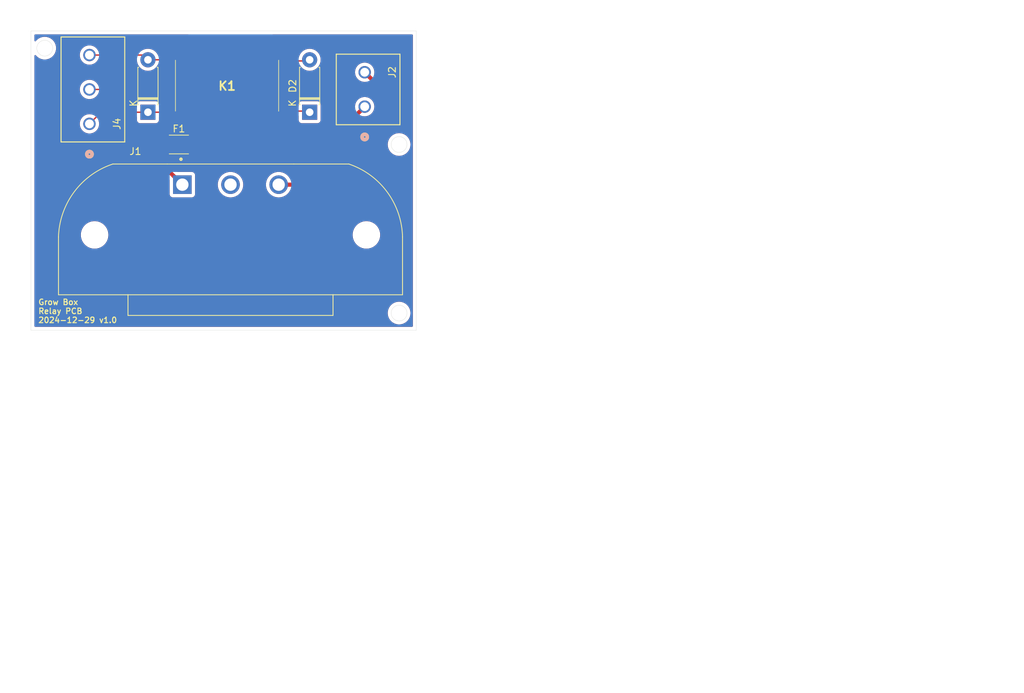
<source format=kicad_pcb>
(kicad_pcb (version 20240108) (generator "pcbnew") (generator_version "8.0")
  (layers (0 "F.Cu" signal "Front") (1 "In1.Cu" signal) (2 "In2.Cu" signal) (31 "B.Cu" signal "Back") (34 "B.Paste" user) (35 "F.Paste" user) (36 "B.SilkS" user "B.Silkscreen") (37 "F.SilkS" user "F.Silkscreen") (38 "B.Mask" user) (39 "F.Mask" user) (44 "Edge.Cuts" user))
  (net 0 "")
  (net 1 "Earth")
  (net 2 "Net-(J1-L)")
  (net 3 "Net-(J1-N)")
  (net 6 "Net-(K1-COM_1)")
  (net 9 "Net-(D2-K)")
  (net 10 "COIL_GND")
  (net 11 "Net-(D1-K)")
  (net 12 "Net-(K1-NO_1)")
  (footprint "vendor_eda:CONN_1935174_PXC" (layer "F.Cu") (at 93 70.5 90)
    (property "Reference" "J4" (at 0 4 90) (layer "F.SilkS"))
    (property "Value" "1935174")
    (fp_circle (center -4.405 0) (end -4.024 0) (stroke (width 0.508)) (fill none) (layer "B.SilkS"))
    (fp_line (start 12.627001 -4.127) (end -2.627 -4.127) (stroke (width 0.1524)) (layer "F.SilkS"))
    (fp_line (start -2.627 -4.127) (end -2.627 5.127) (stroke (width 0.1524)) (layer "F.SilkS"))
    (fp_line (start 12.627001 5.127) (end 12.627001 -4.127) (stroke (width 0.1524)) (layer "F.SilkS"))
    (fp_line (start -2.627 5.127) (end 12.627001 5.127) (stroke (width 0.1524)) (layer "F.SilkS"))
    (fp_circle (center -4.405 0) (end -4.024 0) (stroke (width 0.508)) (fill none) (layer "F.SilkS"))
    (pad "1" thru_hole circle (at 0 0 90) (size 1.8034 1.8034) (drill 1.2954) (layers "*.Cu" "*.Mask") (net 11 "Net-(D1-K)"))
    (pad "2" thru_hole circle (at 5 0 90) (size 1.8034 1.8034) (drill 1.2954) (layers "*.Cu" "*.Mask") (net 9 "Net-(D2-K)"))
    (pad "3" thru_hole circle (at 10 0 90) (size 1.8034 1.8034) (drill 1.2954) (layers "*.Cu" "*.Mask") (net 10 "COIL_GND"))
  )
  (footprint "Diode_THT:D_DO-41_SOD81_P7.62mm_Horizontal" (layer "F.Cu") (at 101.5 68.81 90)
    (property "Reference" "D1" (hide yes))
    (property "Value" "1N4007")
    (fp_line (start 6.53 -1.47) (end 6.53 -1.34) (stroke (width 0.12)) (layer "F.SilkS"))
    (fp_line (start 2.11 -1.47) (end 2.11 1.47) (stroke (width 0.12)) (layer "F.SilkS"))
    (fp_line (start 1.99 -1.47) (end 1.99 1.47) (stroke (width 0.12)) (layer "F.SilkS"))
    (fp_line (start 1.87 -1.47) (end 1.87 1.47) (stroke (width 0.12)) (layer "F.SilkS"))
    (fp_line (start 1.09 -1.47) (end 6.53 -1.47) (stroke (width 0.12)) (layer "F.SilkS"))
    (fp_line (start 1.09 -1.34) (end 1.09 -1.47) (stroke (width 0.12)) (layer "F.SilkS"))
    (fp_line (start 1.09 1.34) (end 1.09 1.47) (stroke (width 0.12)) (layer "F.SilkS"))
    (fp_line (start 6.53 1.47) (end 6.53 1.34) (stroke (width 0.12)) (layer "F.SilkS"))
    (fp_line (start 1.09 1.47) (end 6.53 1.47) (stroke (width 0.12)) (layer "F.SilkS"))
    (fp_text user "K" (at 1.31 -2.1 90) (layer "F.SilkS"))
    (pad "1" thru_hole rect (at 0 0 90) (size 2.2 2.2) (drill 1.1) (layers "*.Cu" "*.Mask") (net 11 "Net-(D1-K)"))
    (pad "2" thru_hole oval (at 7.62 0 90) (size 2.2 2.2) (drill 1.1) (layers "*.Cu" "*.Mask") (net 10 "COIL_GND"))
  )
  (footprint "vendor_eda:CONN_1935161_PXC" (layer "F.Cu") (at 133 68 90)
    (property "Reference" "J2" (at 5 4 90) (layer "F.SilkS"))
    (property "Value" "1935161")
    (fp_circle (center -4.405 0) (end -4.024 0) (stroke (width 0.508)) (fill none) (layer "B.SilkS"))
    (fp_line (start 7.627 -4.127) (end -2.627 -4.127) (stroke (width 0.1524)) (layer "F.SilkS"))
    (fp_line (start -2.627 -4.127) (end -2.627 5.127) (stroke (width 0.1524)) (layer "F.SilkS"))
    (fp_line (start 7.627 5.127) (end 7.627 -4.127) (stroke (width 0.1524)) (layer "F.SilkS"))
    (fp_line (start -2.627 5.127) (end 7.627 5.127) (stroke (width 0.1524)) (layer "F.SilkS"))
    (fp_circle (center -4.405 0) (end -4.024 0) (stroke (width 0.508)) (fill none) (layer "F.SilkS"))
    (pad "1" thru_hole circle (at 0 0 90) (size 1.8034 1.8034) (drill 1.2954) (layers "*.Cu" "*.Mask") (net 6 "Net-(K1-COM_1)"))
    (pad "2" thru_hole circle (at 5 0 90) (size 1.8034 1.8034) (drill 1.2954) (layers "*.Cu" "*.Mask") (net 3 "Net-(J1-N)"))
  )
  (footprint "Diode_THT:D_DO-41_SOD81_P7.62mm_Horizontal" (layer "F.Cu") (at 125 68.81 90)
    (property "Reference" "D2" (at 3.81 -2.47 90) (layer "F.SilkS"))
    (property "Value" "1N4007")
    (fp_line (start 6.53 -1.47) (end 6.53 -1.34) (stroke (width 0.12)) (layer "F.SilkS"))
    (fp_line (start 2.11 -1.47) (end 2.11 1.47) (stroke (width 0.12)) (layer "F.SilkS"))
    (fp_line (start 1.99 -1.47) (end 1.99 1.47) (stroke (width 0.12)) (layer "F.SilkS"))
    (fp_line (start 1.87 -1.47) (end 1.87 1.47) (stroke (width 0.12)) (layer "F.SilkS"))
    (fp_line (start 1.09 -1.47) (end 6.53 -1.47) (stroke (width 0.12)) (layer "F.SilkS"))
    (fp_line (start 1.09 -1.34) (end 1.09 -1.47) (stroke (width 0.12)) (layer "F.SilkS"))
    (fp_line (start 1.09 1.34) (end 1.09 1.47) (stroke (width 0.12)) (layer "F.SilkS"))
    (fp_line (start 6.53 1.47) (end 6.53 1.34) (stroke (width 0.12)) (layer "F.SilkS"))
    (fp_line (start 1.09 1.47) (end 6.53 1.47) (stroke (width 0.12)) (layer "F.SilkS"))
    (fp_text user "K" (at 1.31 -2.5 90) (layer "F.SilkS"))
    (pad "1" thru_hole rect (at 0 0 90) (size 2.2 2.2) (drill 1.1) (layers "*.Cu" "*.Mask") (net 9 "Net-(D2-K)"))
    (pad "2" thru_hole oval (at 7.62 0 90) (size 2.2 2.2) (drill 1.1) (layers "*.Cu" "*.Mask") (net 10 "COIL_GND"))
  )
  (footprint "vendor_eda:EE25TNU" (layer "F.Cu") (at 113 65)
    (property "Reference" "K1" (at 0 0 0) (layer "F.SilkS") (effects (font (size 1.27 1.27) (thickness 0.254))))
    (property "Value" "EE2-5TNUH-L" (hide yes))
    (fp_line (start -7.5 -3.75) (end -7.5 3.645) (stroke (width 0.1)) (layer "F.SilkS"))
    (fp_line (start 7.5 -3.75) (end 7.5 3.645) (stroke (width 0.1)) (layer "F.SilkS"))
    (fp_line (start 7.5 3.645) (end 7.5 3.645) (stroke (width 0.1)) (layer "F.SilkS"))
    (pad "1" smd rect (at -6.35 3.645) (size 1 3) (layers "F.Cu" "F.Paste" "F.Mask") (net 11 "Net-(D1-K)"))
    (pad "3" smd rect (at -1.27 3.645) (size 1 3) (layers "F.Cu" "F.Paste" "F.Mask"))
    (pad "4" smd rect (at 1.27 3.645) (size 1 3) (layers "F.Cu" "F.Paste" "F.Mask") (net 6 "Net-(K1-COM_1)"))
    (pad "5" smd rect (at 3.81 3.645) (size 1 3) (layers "F.Cu" "F.Paste" "F.Mask") (net 12 "Net-(K1-NO_1)"))
    (pad "6" smd rect (at 6.35 3.645) (size 1 3) (layers "F.Cu" "F.Paste" "F.Mask") (net 9 "Net-(D2-K)"))
    (pad "7" smd rect (at 6.35 -3.645) (size 1 3) (layers "F.Cu" "F.Paste" "F.Mask") (net 10 "COIL_GND"))
    (pad "8" smd rect (at 3.81 -3.645) (size 1 3) (layers "F.Cu" "F.Paste" "F.Mask"))
    (pad "9" smd rect (at 1.27 -3.645) (size 1 3) (layers "F.Cu" "F.Paste" "F.Mask"))
    (pad "10" smd rect (at -1.27 -3.645) (size 1 3) (layers "F.Cu" "F.Paste" "F.Mask"))
    (pad "12" smd rect (at -6.35 -3.645) (size 1 3) (layers "F.Cu" "F.Paste" "F.Mask") (net 10 "COIL_GND"))
  )
  (footprint "vendor_eda:QUALTEK_703W-00_52" (layer "F.Cu") (at 106.5 79.3375)
    (property "Reference" "J1" (at -6.81875 -4.83625 0) (layer "F.SilkS") (effects (font (size 1.001969 1.001969))))
    (property "Value" "703W-00_52")
    (fp_line (start -18 16) (end -18 7.6) (stroke (width 0.127)) (layer "F.SilkS"))
    (fp_line (start -10.1 -3) (end -2.2 -3) (stroke (width 0.127)) (layer "F.SilkS"))
    (fp_line (start -7.9 16) (end -18 16) (stroke (width 0.127)) (layer "F.SilkS"))
    (fp_line (start -7.9 19) (end -7.9 16) (stroke (width 0.127)) (layer "F.SilkS"))
    (fp_line (start 16.2 -3) (end -2.2 -3) (stroke (width 0.127)) (layer "F.SilkS"))
    (fp_line (start 21.9 16) (end -7.9 16) (stroke (width 0.127)) (layer "F.SilkS"))
    (fp_line (start 21.9 19) (end -7.9 19) (stroke (width 0.127)) (layer "F.SilkS"))
    (fp_line (start 21.9 19) (end 21.9 16) (stroke (width 0.127)) (layer "F.SilkS"))
    (fp_line (start 24.2 -3) (end 16.2 -3) (stroke (width 0.127)) (layer "F.SilkS"))
    (fp_line (start 32 16) (end 21.9 16) (stroke (width 0.127)) (layer "F.SilkS"))
    (fp_line (start 32 16) (end 32 7.6) (stroke (width 0.127)) (layer "F.SilkS"))
    (fp_arc (start -18.000001 7.6) (mid -15.721084 1.054569) (end -10.1 -3) (stroke (width 0.127)) (layer "F.SilkS"))
    (fp_arc (start 24.2 -3) (mid 29.771086 1.070333) (end 32 7.599999) (stroke (width 0.127)) (layer "F.SilkS"))
    (fp_circle (center -0.2 -3.7) (end -0.05 -3.7) (stroke (width 0.2)) (fill none) (layer "F.SilkS"))
    (pad "" np_thru_hole circle (at -12.75 7.3) (size 3.5 3.5) (drill 3.5) (layers "*.Cu" "*.Mask"))
    (pad "" np_thru_hole circle (at 26.75 7.3) (size 3.5 3.5) (drill 3.5) (layers "*.Cu" "*.Mask"))
    (pad "1" thru_hole rect (at 0 0) (size 2.7 2.7) (drill 1.8) (layers "*.Cu" "*.Mask") (net 2 "Net-(J1-L)"))
    (pad "2" thru_hole circle (at 7 0) (size 2.7 2.7) (drill 1.8) (layers "*.Cu" "*.Mask") (net 1 "Earth"))
    (pad "3" thru_hole circle (at 14 0) (size 2.7 2.7) (drill 1.8) (layers "*.Cu" "*.Mask") (net 3 "Net-(J1-N)"))
  )
  (footprint "Fuse:Fuse_2010_5025Metric" (layer "F.Cu") (at 106 73.5)
    (property "Reference" "F1" (at 0 -2.28 360) (layer "F.SilkS"))
    (property "Value" "3403.0163.24")
    (fp_line (start -1.402064 -1.36) (end 1.402064 -1.36) (stroke (width 0.12)) (layer "F.SilkS"))
    (fp_line (start -1.402064 1.36) (end 1.402064 1.36) (stroke (width 0.12)) (layer "F.SilkS"))
    (pad "1" smd roundrect (at -2.25 0) (size 1.35 2.65) (layers "F.Cu" "F.Paste" "F.Mask") (roundrect_rratio 0.185185) (net 2 "Net-(J1-L)"))
    (pad "2" smd roundrect (at 2.25 0) (size 1.35 2.65) (layers "F.Cu" "F.Paste" "F.Mask") (roundrect_rratio 0.185185) (net 12 "Net-(K1-NO_1)"))
  )
  (gr_line (start 140.5 100.5) (end 84.5 100.5) (stroke (width 0.0381)) (layer "Edge.Cuts"))
  (gr_line (start 84.5 100.5) (end 84.5 57) (stroke (width 0.0381)) (layer "Edge.Cuts"))
  (gr_line (start 84.5 57) (end 140.5 57) (stroke (width 0.0381)) (layer "Edge.Cuts"))
  (gr_circle (center 86.5 59.5) (end 87.65 59.5) (stroke (width 0.0381)) (fill none) (layer "Edge.Cuts"))
  (gr_circle (center 138 98) (end 139.15 98) (stroke (width 0.0381)) (fill none) (layer "Edge.Cuts"))
  (gr_line (start 140.5 57) (end 140.5 100.5) (stroke (width 0.0381)) (layer "Edge.Cuts"))
  (gr_circle (center 138 73.5) (end 139.15 73.5) (stroke (width 0.0381)) (fill none) (layer "Edge.Cuts"))
  (gr_text "Grow Box\nRelay PCB\n2024-12-29 v1.0\n" (at 85.5 99.5 0) (layer "F.SilkS") (effects (font (size 0.8128 0.8128) (thickness 0.1524) (bold yes)) (justify left bottom)))
  (segment (start 103.75 73.5) (end 103.75 76.5875) (width 0.6) (layer "F.Cu") (net 2))
  (segment (start 103.75 76.5875) (end 106.5 79.3375) (width 0.6) (layer "F.Cu") (net 2))
  (segment (start 137 64.5) (end 134.5 64.5) (width 0.6) (layer "F.Cu") (net 3))
  (segment (start 128.1625 79.3375) (end 137 70.5) (width 0.6) (layer "F.Cu") (net 3))
  (segment (start 137 70.5) (end 137 64.5) (width 0.6) (layer "F.Cu") (net 3))
  (segment (start 134.5 64.5) (end 133 63) (width 0.6) (layer "F.Cu") (net 3))
  (segment (start 120.5 79.3375) (end 128.1625 79.3375) (width 0.6) (layer "F.Cu") (net 3))
  (segment (start 129 72) (end 116 72) (width 0.6) (layer "F.Cu") (net 6))
  (segment (start 133 68) (end 129 72) (width 0.6) (layer "F.Cu") (net 6))
  (segment (start 114.27 70.27) (end 114.27 68.645) (width 0.6) (layer "F.Cu") (net 6))
  (segment (start 116 72) (end 114.27 70.27) (width 0.6) (layer "F.Cu") (net 6))
  (segment (start 118 63.5) (end 119.35 64.85) (width 0.2) (layer "F.Cu") (net 9))
  (segment (start 118 59.5) (end 118 63.5) (width 0.2) (layer "F.Cu") (net 9))
  (segment (start 105.5 65.5) (end 108 63) (width 0.2) (layer "F.Cu") (net 9))
  (segment (start 119.35 64.85) (end 119.35 68.645) (width 0.2) (layer "F.Cu") (net 9))
  (segment (start 93 65.5) (end 105.5 65.5) (width 0.2) (layer "F.Cu") (net 9))
  (segment (start 117.5 59) (end 118 59.5) (width 0.2) (layer "F.Cu") (net 9))
  (segment (start 109 59) (end 117.5 59) (width 0.2) (layer "F.Cu") (net 9))
  (segment (start 119.35 68.645) (end 124.835 68.645) (width 0.2) (layer "F.Cu") (net 9))
  (segment (start 108 60) (end 109 59) (width 0.2) (layer "F.Cu") (net 9))
  (segment (start 108 63) (end 108 60) (width 0.2) (layer "F.Cu") (net 9))
  (segment (start 124.835 68.645) (end 125 68.81) (width 0.2) (layer "F.Cu") (net 9))
  (segment (start 124.835 61.355) (end 125 61.19) (width 0.2) (layer "F.Cu") (net 10))
  (segment (start 100.81 60.5) (end 101.5 61.19) (width 0.2) (layer "F.Cu") (net 10))
  (segment (start 119.35 61.355) (end 124.835 61.355) (width 0.2) (layer "F.Cu") (net 10))
  (segment (start 93 60.5) (end 100.81 60.5) (width 0.2) (layer "F.Cu") (net 10))
  (segment (start 101.5 61.19) (end 106.485 61.19) (width 0.2) (layer "F.Cu") (net 10))
  (segment (start 106.485 61.19) (end 106.65 61.355) (width 0.2) (layer "F.Cu") (net 10))
  (segment (start 119 58) (end 119.5 58.5) (width 0.2) (layer "F.Cu") (net 10))
  (segment (start 119.5 58.5) (end 119.5 59) (width 0.2) (layer "F.Cu") (net 10))
  (segment (start 119.5 59) (end 119.35 59.15) (width 0.2) (layer "F.Cu") (net 10))
  (segment (start 106.65 59.35) (end 108 58) (width 0.2) (layer "F.Cu") (net 10))
  (segment (start 106.65 61.355) (end 106.65 59.35) (width 0.2) (layer "F.Cu") (net 10))
  (segment (start 108 58) (end 119 58) (width 0.2) (layer "F.Cu") (net 10))
  (segment (start 119.35 59.15) (end 119.35 61.355) (width 0.2) (layer "F.Cu") (net 10))
  (segment (start 94.69 68.81) (end 101.5 68.81) (width 0.2) (layer "F.Cu") (net 11))
  (segment (start 93 70.5) (end 94.69 68.81) (width 0.2) (layer "F.Cu") (net 11))
  (segment (start 101.5 68.81) (end 106.485 68.81) (width 0.2) (layer "F.Cu") (net 11))
  (segment (start 106.485 68.81) (end 106.65 68.645) (width 0.2) (layer "F.Cu") (net 11))
  (segment (start 116.81 65.81) (end 116 65) (width 0.6) (layer "F.Cu") (net 12))
  (segment (start 109 66) (end 109 72.75) (width 0.6) (layer "F.Cu") (net 12))
  (segment (start 110 65) (end 109 66) (width 0.6) (layer "F.Cu") (net 12))
  (segment (start 109 72.75) (end 108.25 73.5) (width 0.6) (layer "F.Cu") (net 12))
  (segment (start 116.81 68.645) (end 116.81 65.81) (width 0.6) (layer "F.Cu") (net 12))
  (segment (start 116 65) (end 110 65) (width 0.6) (layer "F.Cu") (net 12))
  (zone (net 0) (net_name "") (layers "F&B.Cu") (connect_pads (clearance 0.5)) (min_thickness 0.25) (fill yes (thermal_gap 0.5) (thermal_bridge_width 0.5) (island_removal_mode 1) (island_area_min 10))
    (polygon (pts (xy 81.5 53) (xy 147 52.5) (xy 145.5 107.5) (xy 80 106) (xy 81 57.5)))
  )
)
</source>
